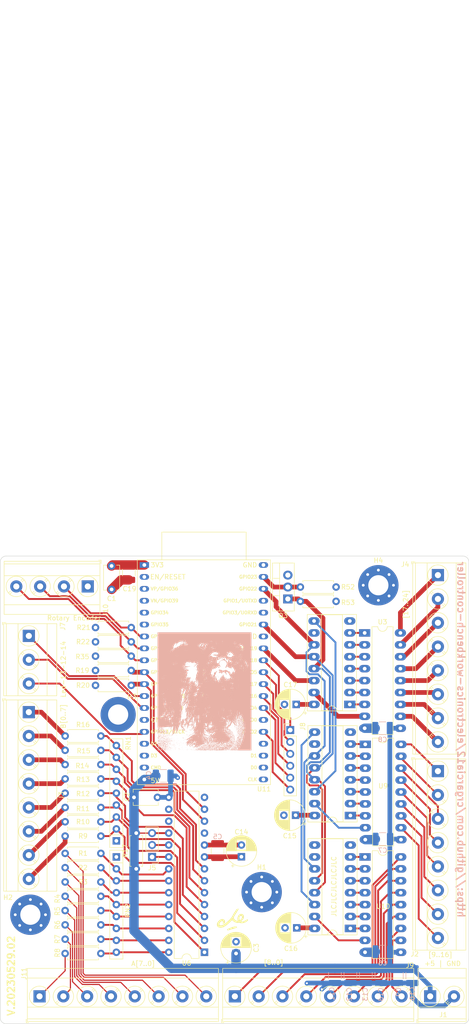
<source format=kicad_pcb>
(kicad_pcb (version 20221018) (generator pcbnew)
  (title_block (title "Workbench controller") (date "2023-05-29") (rev "V.20230529.02"))
  (layers (0 "F.Cu" signal) (1 "In1.Cu" signal) (2 "In2.Cu" signal) (31 "B.Cu" signal) (34 "B.Paste" user) (35 "F.Paste" user) (36 "B.SilkS" user "B.Silkscreen") (37 "F.SilkS" user "F.Silkscreen") (38 "B.Mask" user) (39 "F.Mask" user) (44 "Edge.Cuts" user))
  (net 0 "")
  (net 1 "+3.3V")
  (net 2 "GND")
  (net 5 "Net-(J2-Pin_1)")
  (net 6 "Net-(J2-Pin_2)")
  (net 7 "Net-(J2-Pin_3)")
  (net 8 "Net-(J2-Pin_4)")
  (net 9 "Net-(J2-Pin_5)")
  (net 10 "Net-(J2-Pin_6)")
  (net 11 "Net-(J2-Pin_7)")
  (net 12 "Net-(J2-Pin_8)")
  (net 13 "Net-(J4-Pin_1)")
  (net 14 "Net-(J4-Pin_2)")
  (net 15 "Net-(J4-Pin_3)")
  (net 16 "Net-(J4-Pin_4)")
  (net 17 "Net-(J4-Pin_5)")
  (net 18 "Net-(J4-Pin_6)")
  (net 19 "Net-(J4-Pin_7)")
  (net 20 "Net-(J4-Pin_8)")
  (net 21 "+5V")
  (net 22 "Net-(U2-QH')")
  (net 23 "Net-(J9-Pin_1)")
  (net 24 "Net-(J9-Pin_2)")
  (net 25 "Net-(J9-Pin_3)")
  (net 26 "Net-(J9-Pin_4)")
  (net 27 "Net-(J9-Pin_5)")
  (net 28 "Net-(J9-Pin_6)")
  (net 29 "Net-(J9-Pin_7)")
  (net 30 "Net-(J9-Pin_8)")
  (net 31 "/Chan2")
  (net 32 "/Chan3")
  (net 33 "/Chan4")
  (net 34 "/Chan5")
  (net 35 "/Chan6")
  (net 36 "/Chan7")
  (net 37 "/Chan8")
  (net 38 "/Chan1")
  (net 39 "/Chan18")
  (net 40 "/Chan20")
  (net 41 "/Chan21")
  (net 42 "/Chan22")
  (net 43 "/Chan23")
  (net 44 "/Chan24")
  (net 46 "Net-(U4-SER)")
  (net 47 "/Chan17")
  (net 48 "/Chan10")
  (net 49 "/Chan11")
  (net 50 "/Chan12")
  (net 51 "/Chan13")
  (net 52 "/Chan14")
  (net 53 "/Chan15")
  (net 54 "/Chan16")
  (net 55 "/Chan9")
  (net 56 "Net-(J10-Pin_3)")
  (net 57 "/Chan19")
  (net 58 "Net-(J11-Pin_1)")
  (net 59 "Net-(J11-Pin_3)")
  (net 60 "Net-(J11-Pin_4)")
  (net 61 "Net-(J11-Pin_5)")
  (net 62 "Net-(J11-Pin_6)")
  (net 63 "Net-(J11-Pin_7)")
  (net 64 "Net-(J11-Pin_8)")
  (net 65 "Net-(Q3-D)")
  (net 66 "Net-(Q3-G)")
  (net 67 "Net-(RN2-R1)")
  (net 68 "Net-(U11-GPIO19)")
  (net 81 "Net-(J11-Pin_2)")
  (net 82 "Net-(RN2-R6)")
  (net 83 "Net-(RN2-R7)")
  (net 84 "Net-(RN2-R8)")
  (net 85 "Net-(RN1-R1)")
  (net 86 "Net-(RN1-R2)")
  (net 87 "Net-(RN1-R3)")
  (net 88 "Net-(RN1-R4)")
  (net 89 "Net-(RN1-R5)")
  (net 90 "Net-(RN2-R2)")
  (net 91 "Net-(RN2-R3)")
  (net 92 "Net-(RN2-R4)")
  (net 93 "Net-(RN2-R5)")
  (net 94 "Net-(RN1-R8)")
  (net 95 "Net-(RN1-R7)")
  (net 96 "Net-(RN1-R6)")
  (net 97 "Net-(J3-Pin_8)")
  (net 98 "Net-(J3-Pin_7)")
  (net 99 "Net-(J3-Pin_6)")
  (net 100 "Net-(J3-Pin_5)")
  (net 101 "Net-(J3-Pin_4)")
  (net 102 "Net-(J3-Pin_3)")
  (net 103 "Net-(J3-Pin_2)")
  (net 104 "Net-(J3-Pin_1)")
  (net 105 "Net-(J5-Pin_1)")
  (net 106 "Net-(J5-Pin_2)")
  (net 107 "Net-(U11-DAC_2{slash}ADC2_CH9{slash}GPIO26)")
  (net 108 "Net-(U11-ADC2_CH7{slash}GPIO27)")
  (net 109 "Net-(J10-Pin_2)")
  (net 110 "Net-(J8-Pin_1)")
  (net 111 "Net-(J8-Pin_2)")
  (net 112 "Net-(J8-Pin_3)")
  (net 113 "Net-(J8-Pin_4)")
  (net 114 "Net-(J8-Pin_5)")
  (net 115 "Net-(J8-Pin_6)")
  (net 121 "Net-(U11-GPIO22)")
  (net 122 "Net-(U11-GPIO21)")
  (net 123 "Net-(J10-Pin_4)")
  (net 124 "Net-(J7-Pin_3)")
  (net 125 "Net-(J7-Pin_2)")
  (net 126 "Net-(J7-Pin_1)")
  (net 127 "Net-(J5-Pin_3)")
  (footprint "Resistor_THT:R_Axial_DIN0207_L6.3mm_D2.5mm_P7.62mm_Horizontal" (layer "F.Cu") (at 165.989 54.737 180)
    (fp_text reference "R53")
    (fp_text value "10k")
  )
  (footprint "Resistor_THT:R_Axial_DIN0207_L6.3mm_D2.5mm_P7.62mm_Horizontal" (layer "F.Cu") (at 115.824 108.458 180)
    (fp_text reference "R1")
    (fp_text value "R")
  )
  (footprint "Resistor_THT:R_Axial_DIN0207_L6.3mm_D2.5mm_P7.62mm_Horizontal" (layer "F.Cu") (at 158.369 51.689)
    (fp_text reference "R52")
    (fp_text value "10k")
  )
  (footprint "Resistor_THT:R_Axial_DIN0207_L6.3mm_D2.5mm_P7.62mm_Horizontal" (layer "F.Cu") (at 114.681 69.469)
    (fp_text reference "R19")
    (fp_text value "10kΩ")
  )
  (footprint "Package_DIP:DIP-18_W7.62mm_LongPads" (layer "F.Cu") (at 172.159 109.22)
    (fp_text reference "U10")
    (fp_text value "ULN2803A")
  )
  (footprint "Resistor_THT:R_Axial_DIN0207_L6.3mm_D2.5mm_P7.62mm_Horizontal" (layer "F.Cu") (at 115.824 111.506 180)
    (fp_text reference "R2")
    (fp_text value "R")
  )
  (footprint "Resistor_THT:R_Axial_DIN0207_L6.3mm_D2.5mm_P7.62mm_Horizontal" (layer "F.Cu") (at 114.681 72.644)
    (fp_text reference "R20")
    (fp_text value "10kΩ")
  )
  (footprint "Package_DIP:DIP-16_W7.62mm_Socket_LongPads" (layer "F.Cu") (at 169.037 124.46 180)
    (fp_text reference "U4" hide)
    (fp_text value "74HC595" hide)
  )
  (footprint "Capacitor_SMD:C_1210_3225Metric_Pad1.33x2.70mm_HandSolder" (layer "F.Cu") (at 140.716 107.8615 90)
    (fp_text reference "C5")
    (fp_text value "C")
  )
  (footprint "Capacitor_THT:CP_Radial_D6.3mm_P2.50mm" (layer "F.Cu") (at 157.607 124.333 180)
    (fp_text reference "C16")
    (fp_text value "10uF")
  )
  (footprint "Package_DIP:DIP-16_W7.62mm_Socket_LongPads" (layer "F.Cu") (at 168.91 76.708 180)
    (fp_text reference "U2" hide)
    (fp_text value "74HC595" hide)
  )
  (footprint "Package_DIP:DIP-28_W7.62mm" (layer "F.Cu") (at 137.922 129.54 180)
    (fp_text reference "U6")
    (fp_text value "MCP23017_SP")
  )
  (footprint "TerminalBlock_Phoenix:TerminalBlock_Phoenix_MKDS-3-8-5.08_1x08_P5.08mm_Horizontal" (layer "F.Cu") (at 187.706 90.932 -90)
    (fp_text reference "J2")
    (fp_text value "[9..16]")
  )
  (footprint "TerminalBlock_Phoenix:TerminalBlock_Phoenix_MKDS-3-8-5.08_1x08_P5.08mm_Horizontal" (layer "F.Cu") (at 100.457 78.359 -90)
    (fp_text reference "J3")
    (fp_text value "B[0..7]")
  )
  (footprint "MountingHole:MountingHole_4.3mm_M4_Pad_Via" (layer "F.Cu") (at 175.006 51.308)
    (fp_text reference "H4")
    (fp_text value "MountingHole")
  )
  (footprint "Resistor_THT:R_Axial_DIN0207_L6.3mm_D2.5mm_P7.62mm_Horizontal" (layer "F.Cu") (at 123.3678 111.76 90)
    (fp_text reference "R17")
    (fp_text value "R")
  )
  (footprint "Connector_PinHeader_2.54mm:PinHeader_1x03_P2.54mm_Vertical" (layer "F.Cu") (at 126.746 109.22 180)
    (fp_text reference "J5")
    (fp_text value "Conn_01x03_Socket")
  )
  (footprint "Capacitor_THT:CP_Radial_D6.3mm_P2.50mm" (layer "F.Cu") (at 157.48 76.708 180)
    (fp_text reference "C17")
    (fp_text value "10uF")
  )
  (footprint "Esp:ESP32-DevKitC" (layer "F.Cu") (at 125.095 46.99)
    (fp_text reference "U11")
    (fp_text value "ESP32-DevKitC")
  )
  (footprint "MountingHole:MountingHole_4.3mm_M4_Pad_Via" (layer "F.Cu") (at 100.788 121.539)
    (fp_text reference "H2")
    (fp_text value "MountingHole")
  )
  (footprint "Resistor_THT:R_Axial_DIN0207_L6.3mm_D2.5mm_P7.62mm_Horizontal" (layer "F.Cu") (at 115.824 123.698 180)
    (fp_text reference "R6")
    (fp_text value "R")
  )
  (footprint "MountingHole:MountingHole_4.3mm_M4_DIN965_Pad" (layer "F.Cu") (at 119.507 78.867)
    (fp_text reference "H3")
    (fp_text value "MountingHole")
  )
  (footprint "Capacitor_THT:C_Disc_D5.1mm_W3.2mm_P5.00mm" (layer "F.Cu") (at 122.889 96.52)
    (fp_text reference "C2")
    (fp_text value "C")
  )
  (footprint "TerminalBlock_Phoenix:TerminalBlock_Phoenix_MKDS-3-8-5.08_1x08_P5.08mm_Horizontal" (layer "F.Cu") (at 187.706 49.149 -90)
    (fp_text reference "J4")
    (fp_text value "[17..24]")
  )
  (footprint "Resistor_THT:R_Axial_DIN0207_L6.3mm_D2.5mm_P7.62mm_Horizontal" (layer "F.Cu") (at 115.824 104.775 180)
    (fp_text reference "R9")
    (fp_text value "R")
  )
  (footprint "Resistor_THT:R_Axial_DIN0207_L6.3mm_D2.5mm_P7.62mm_Horizontal" (layer "F.Cu") (at 115.824 92.583 180)
    (fp_text reference "R13")
    (fp_text value "R")
  )
  (footprint "Capacitor_SMD:C_1210_3225Metric_Pad1.33x2.70mm_HandSolder" (layer "F.Cu") (at 121.793 48.6025 -90)
    (fp_text reference "C19")
    (fp_text value "C")
  )
  (footprint "Resistor_THT:R_Axial_DIN0207_L6.3mm_D2.5mm_P7.62mm_Horizontal" (layer "F.Cu") (at 115.824 114.554 180)
    (fp_text reference "R3")
    (fp_text value "R")
  )
  (footprint "Resistor_THT:R_Axial_DIN0207_L6.3mm_D2.5mm_P7.62mm_Horizontal" (layer "F.Cu") (at 114.681 63.373)
    (fp_text reference "R22")
    (fp_text value "10k")
  )
  (footprint "Capacitor_THT:CP_Radial_D6.3mm_P2.50mm" (layer "F.Cu") (at 145.796 109.18 90)
    (fp_text reference "C14")
    (fp_text value "10uF")
  )
  (footprint "Resistor_THT:R_Axial_DIN0207_L6.3mm_D2.5mm_P7.62mm_Horizontal" (layer "F.Cu") (at 115.824 95.631 180)
    (fp_text reference "R12")
    (fp_text value "R")
  )
  (footprint "Package_DIP:DIP-16_W7.62mm_Socket_LongPads" (layer "F.Cu") (at 169.037 100.394 180)
    (fp_text reference "U7" hide)
    (fp_text value "74HC595" hide)
  )
  (footprint "Resistor_THT:R_Axial_DIN0207_L6.3mm_D2.5mm_P7.62mm_Horizontal" (layer "F.Cu") (at 115.824 126.746 180)
    (fp_text reference "R7")
    (fp_text value "R")
  )
  (footprint "Package_TO_SOT_THT:TO-220-3_Vertical" (layer "F.Cu") (at 155.702 54.229 90)
    (fp_text reference "Q3")
    (fp_text value "IRL520")
  )
  (footprint "TerminalBlock_Phoenix:TerminalBlock_Phoenix_MKDS-3-8-5.08_1x08_P5.08mm_Horizontal" (layer "F.Cu") (at 144.399 138.938)
    (fp_text reference "J9")
    (fp_text value "[8..0]")
  )
  (footprint "Package_DIP:DIP-18_W7.62mm_LongPads" (layer "F.Cu") (at 172.085 61.468)
    (fp_text reference "U3")
    (fp_text value "ULN2803A")
  )
  (footprint "Resistor_THT:R_Axial_DIN0207_L6.3mm_D2.5mm_P7.62mm_Horizontal" (layer "F.Cu") (at 115.824 83.439 180)
    (fp_text reference "R16")
    (fp_text value "R")
  )
  (footprint "icons:che" (layer "F.Cu") (at 143.891 122.555)
    (fp_text reference "G***" hide)
    (fp_text value "LOGO" hide)
  )
  (footprint "Resistor_THT:R_Axial_DIN0207_L6.3mm_D2.5mm_P7.62mm_Horizontal" (layer "F.Cu") (at 115.824 98.679 180)
    (fp_text reference "R11")
    (fp_text value "R")
  )
  (footprint "TerminalBlock_Phoenix:TerminalBlock_Phoenix_MKDS-3-8-5.08_1x08_P5.08mm_Horizontal" (layer "F.Cu") (at 102.743 138.938)
    (fp_text reference "J11")
    (fp_text value "A[7..0]")
  )
  (footprint "MountingHole:MountingHole_4.3mm_M4_Pad_Via" (layer "F.Cu") (at 150.1196 116.7186)
    (fp_text reference "H1")
    (fp_text value "MountingHole")
  )
  (footprint "Resistor_THT:R_Axial_DIN0207_L6.3mm_D2.5mm_P7.62mm_Horizontal" (layer "F.Cu") (at 114.681 66.421)
    (fp_text reference "R35")
    (fp_text value "10k")
  )
  (footprint "TerminalBlock_Phoenix:TerminalBlock_Phoenix_MKDS-3-3-5.08_1x03_P5.08mm_Horizontal" (layer "F.Cu") (at 100.457 62.103 -90)
    (fp_text reference "J7")
    (fp_text value "Led-13-12-14")
  )
  (footprint "Resistor_THT:R_Axial_DIN0207_L6.3mm_D2.5mm_P7.62mm_Horizontal" (layer "F.Cu") (at 115.824 117.602 180)
    (fp_text reference "R4")
    (fp_text value "R")
  )
  (footprint "Capacitor_THT:CP_Radial_D6.3mm_P2.50mm" (layer "F.Cu") (at 144.653 129.794 90)
    (fp_text reference "C3")
    (fp_text value "10uF")
  )
  (footprint "Resistor_THT:R_Axial_DIN0207_L6.3mm_D2.5mm_P7.62mm_Horizontal" (layer "F.Cu") (at 114.681 60.325)
    (fp_text reference "R21")
    (fp_text value "10k")
  )
  (footprint "Package_DIP:DIP-18_W7.62mm_LongPads" (layer "F.Cu") (at 172.212 85.217)
    (fp_text reference "U9")
    (fp_text value "ULN2803A")
  )
  (footprint "Capacitor_THT:C_Disc_D5.1mm_W3.2mm_P5.00mm" (layer "F.Cu") (at 118.11 47.197 -90)
    (fp_text reference "C1")
    (fp_text value "C")
  )
  (footprint "Resistor_THT:R_Axial_DIN0207_L6.3mm_D2.5mm_P7.62mm_Horizontal" (layer "F.Cu") (at 115.824 101.727 180)
    (fp_text reference "R10")
    (fp_text value "R")
  )
  (footprint "Resistor_THT:R_Axial_DIN0207_L6.3mm_D2.5mm_P7.62mm_Horizontal" (layer "F.Cu") (at 115.824 120.65 180)
    (fp_text reference "R5")
    (fp_text value "R")
  )
  (footprint "TerminalBlock_Phoenix:TerminalBlock_Phoenix_MKDS-3-4-5.08_1x04_P5.08mm_Horizontal" (layer "F.Cu") (at 113.03 51.562 180)
    (fp_text reference "J10")
    (fp_text value "Rotary Encoder")
  )
  (footprint "Resistor_THT:R_Axial_DIN0207_L6.3mm_D2.5mm_P7.62mm_Horizontal" (layer "F.Cu") (at 115.824 86.487 180)
    (fp_text reference "R15")
    (fp_text value "R")
  )
  (footprint "Resistor_THT:R_Axial_DIN0207_L6.3mm_D2.5mm_P7.62mm_Horizontal" (layer "F.Cu") (at 115.824 89.535 180)
    (fp_text reference "R14")
    (fp_text value "R")
  )
  (footprint "TerminalBlock_Phoenix:TerminalBlock_Phoenix_MKDS-3-2-5.08_1x02_P5.08mm_Horizontal" (layer "F.Cu") (at 186.055 138.938)
    (fp_text reference "J1")
    (fp_text value "+5 | GND")
  )
  (footprint "Connector_PinHeader_2.54mm:PinHeader_1x06_P2.54mm_Vertical" (layer "F.Cu") (at 156.21 82.169)
    (fp_text reference "J8")
    (fp_text value "Conn_01x06_Socket")
  )
  (footprint "Resistor_THT:R_Array_SIP9" (layer "F.Cu") (at 119.126 105.791 90)
    (fp_text reference "RN1")
    (fp_text value "R_Network08")
  )
  (footprint "Resistor_THT:R_Array_SIP9" (layer "F.Cu") (at 119.126 109.22 -90)
    (fp_text reference "RN2")
    (fp_text value "R_Network08")
  )
  (footprint "Resistor_THT:R_Axial_DIN0207_L6.3mm_D2.5mm_P7.62mm_Horizontal" (layer "F.Cu") (at 115.824 129.794 180)
    (fp_text reference "R8")
    (fp_text value "R" hide)
  )
  (footprint "Capacitor_THT:CP_Radial_D6.3mm_P2.50mm" (layer "F.Cu") (at 157.353 100.33 180)
    (fp_text reference "C15")
    (fp_text value "10uF")
  )
  (footprint "Capacitor_SMD:C_1210_3225Metric_Pad1.33x2.70mm_HandSolder" (layer "B.Cu") (at 175.641 134.5315 -90)
    (fp_text reference "C18")
    (fp_text value "C")
  )
  (footprint "Capacitor_SMD:C_1210_3225Metric_Pad1.33x2.70mm_HandSolder" (layer "B.Cu") (at 172.339 134.5315 -90)
    (fp_text reference "C13")
    (fp_text value "C")
  )
  (footprint "Capacitor_SMD:C_1210_3225Metric_Pad1.33x2.70mm_HandSolder" (layer "B.Cu") (at 129.1205 91.948)
    (fp_text reference "C4")
    (fp_text value "C")
  )
  (footprint "Capacitor_SMD:C_1210_3225Metric_Pad1.33x2.70mm_HandSolder" (layer "B.Cu") (at 165.735 134.5315 -90)
    (fp_text reference "C11")
    (fp_text value "C")
  )
  (footprint "Capacitor_SMD:C_1210_3225Metric_Pad1.33x2.70mm_HandSolder" (layer "B.Cu") (at 169.037 134.5315 -90)
    (fp_text reference "C12")
    (fp_text value "C")
  )
  (footprint "Capacitor_SMD:C_1210_3225Metric_Pad1.33x2.70mm_HandSolder" (layer "B.Cu") (at 182.245 134.5315 -90)
    (fp_text reference "C10")
    (fp_text value "C")
  )
  (footprint "icons:depsi" (layer "B.Cu") (at 137.922 73.914 180)
    (fp_text reference "G***")
    (fp_text value "LOGO" hide)
  )
  (footprint "Capacitor_SMD:C_1210_3225Metric_Pad1.33x2.70mm_HandSolder" (layer "B.Cu") (at 178.943 134.5315 -90)
    (fp_text reference "C9")
    (fp_text value "C")
  )
  (footprint "Capacitor_SMD:C_1210_3225Metric_Pad1.33x2.70mm_HandSolder" (layer "B.Cu") (at 175.895 81.788)
    (fp_text reference "C8")
    (fp_text value "C")
  )
  (footprint "Capacitor_SMD:C_1210_3225Metric_Pad1.33x2.70mm_HandSolder" (layer "B.Cu") (at 175.9335 129.413)
    (fp_text reference "C6")
    (fp_text value "C")
  )
  (footprint "Capacitor_SMD:C_1210_3225Metric_Pad1.33x2.70mm_HandSolder" (layer "B.Cu") (at 175.9335 105.41)
    (fp_text reference "C7")
    (fp_text value "C")
  )
  (gr_line (start 95.631 144.78) (end 193.04 144.78) (stroke (width 0.1)) (layer "Edge.Cuts"))
  (gr_line (start 194.056 44.958) (end 194.056 44.958) (stroke (width 0.1)) (layer "Edge.Cuts"))
  (gr_arc (start 193.04 45.085) (mid 193.938026 45.456974) (end 194.31 46.355) (stroke (width 0.1)) (layer "Edge.Cuts"))
  (gr_line (start 194.31 143.51) (end 194.31 46.355) (stroke (width 0.1)) (layer "Edge.Cuts"))
  (gr_arc (start 194.31 143.51) (mid 193.938026 144.408026) (end 193.04 144.78) (stroke (width 0.1)) (layer "Edge.Cuts"))
  (gr_line (start 94.361 46.355) (end 94.361 143.51) (stroke (width 0.1)) (layer "Edge.Cuts"))
  (gr_arc (start 94.361 46.355) (mid 94.732974 45.456974) (end 95.631 45.085) (stroke (width 0.1)) (layer "Edge.Cuts"))
  (gr_arc (start 95.631 144.78) (mid 94.732974 144.408026) (end 94.361 143.51) (stroke (width 0.1)) (layer "Edge.Cuts"))
  (gr_line (start 95.631 45.085) (end 193.04 45.085) (stroke (width 0.1)) (layer "Edge.Cuts"))
  (gr_text "https://github.com/crgarcia12/electronics-workbench-controller" (at 191.77 122.301 -90) (layer "B.SilkS") (effects (font (size 1.5 1.5) (thickness 0.3) bold) (justify left bottom mirror)))
  (gr_text locked "V.20230529.02" (at 97.5868 143.256 90) (layer "F.SilkS") (effects (font (size 1.5 1.5) (thickness 0.3) bold) (justify left bottom)))
  (gr_text "JLCJLCJLCJLCJLC" (at 166.116 122.047 90) (layer "F.SilkS") (effects (font (size 1 1)) (justify left bottom)))
  (segment (start 161.353 100.33) (end 161.417 100.394) (width 1) (layer "F.Cu") (net 1))
  (segment (start 161.29 124.333) (end 161.417 124.46) (width 1) (layer "F.Cu") (net 1))
  (segment (start 137.962 109.18) (end 137.922 109.22) (width 1) (layer "F.Cu") (net 1))
  (segment (start 125.095 46.99) (end 118.317 46.99) (width 2) (layer "F.Cu") (net 1))
  (segment (start 157.48 76.708) (end 161.29 76.708) (width 1) (layer "F.Cu") (net 1))
  (segment (start 145.796 109.18) (end 137.962 109.18) (width 1) (layer "F.Cu") (net 1))
  (segment (start 157.607 124.333) (end 161.29 124.333) (width 1) (layer "F.Cu") (net 1))
  (segment (start 157.48 100.33) (end 161.353 100.33) (width 1) (layer "F.Cu") (net 1))
  (segment (start 118.317 46.99) (end 118.11 47.197) (width 2) (layer "F.Cu") (net 1))
  (segment (start 118.11 52.197) (end 120.142 50.165) (width 2) (layer "F.Cu") (net 2))
  (segment (start 120.142 50.165) (end 121.793 50.165) (width 2) (layer "F.Cu") (net 2))
  (segment (start 145.796 106.68) (end 137.922 106.68) (width 1) (layer "F.Cu") (net 2))
  (via (at 162.941 137.414) (size 0.8) (drill 0.4) (layers "F.Cu" "B.Cu") (net 2))
  (via (at 159.766 136.144) (size 0.8) (drill 0.4) (layers "F.Cu" "B.Cu") (net 2))
  (via (at 132.207 92.329) (size 0.8) (drill 0.4) (layers "F.Cu" "B.Cu") (net 2))
  (segment (start 182.245 139.128) (end 184.055 140.938) (width 1) (layer "B.Cu") (net 2))
  (segment (start 159.816 136.094) (end 159.766 136.144) (width 1) (layer "B.Cu") (net 2))
  (segment (start 165.735 136.094) (end 164.261 136.094) (width 1) (layer "B.Cu") (net 2))
  (segment (start 130.683 96.139) (end 130.302 96.52) (width 1) (layer "B.Cu") (net 2))
  (segment (start 127.889 96.52) (end 130.302 96.52) (width 1) (layer "B.Cu") (net 2))
  (segment (start 184.055 140.938) (end 189.135 140.938) (width 1) (layer "B.Cu") (net 2))
  (segment (start 174.244 129.54) (end 174.371 129.413) (width 2) (layer "B.Cu") (net 2))
  (segment (start 165.735 136.094) (end 159.816 136.094) (width 1) (layer "B.Cu") (net 2))
  (segment (start 172.159 129.54) (end 174.244 129.54) (width 2) (layer "B.Cu") (net 2))
  (segment (start 172.212 105.537) (end 174.244 105.537) (width 2) (layer "B.Cu") (net 2))
  (segment (start 182.245 136.094) (end 182.245 139.128) (width 1) (layer "B.Cu") (net 2))
  (segment (start 172.085 81.788) (end 174.332 81.788) (width 2) (layer "B.Cu") (net 2))
  (segment (start 130.683 91.948) (end 131.826 91.948) (width 1) (layer "B.Cu") (net 2))
  (segment (start 164.261 136.094) (end 162.941 137.414) (width 1) (layer "B.Cu") (net 2))
  (segment (start 174.244 105.537) (end 174.371 105.41) (width 2) (layer "B.Cu") (net 2))
  (segment (start 131.826 91.948) (end 132.207 92.329) (width 1) (layer "B.Cu") (net 2))
  (segment (start 130.683 91.948) (end 130.683 96.139) (width 1) (layer "B.Cu") (net 2))
  (segment (start 189.135 140.938) (end 191.135 138.938) (width 1) (layer "B.Cu") (net 2))
  (segment (start 174.332 81.788) (end 174.3325 81.788) (width 0.25) (layer "B.Cu") (net 2))
  (segment (start 182.245 136.094) (end 165.735 136.094) (width 1) (layer "B.Cu") (net 2))
  (segment (start 179.832 85.217) (end 181.991 85.217) (width 0.4) (layer "F.Cu") (net 5))
  (segment (start 181.991 85.217) (end 187.706 90.932) (width 0.4) (layer "F.Cu") (net 5))
  (segment (start 179.832 87.757) (end 179.832 88.138) (width 0.4) (layer "F.Cu") (net 6))
  (segment (start 179.832 88.138) (end 187.706 96.012) (width 0.4) (layer "F.Cu") (net 6))
  (segment (start 179.832 90.542164) (end 187.706 98.416164) (width 0.4) (layer "F.Cu") (net 7))
  (segment (start 187.706 98.416164) (end 187.706 101.092) (width 0.4) (layer "F.Cu") (net 7))
  (segment (start 179.832 90.297) (end 179.832 90.542164) (width 0.4) (layer "F.Cu") (net 7))
  (segment (start 179.832 92.837) (end 186.006 99.011) (width 0.4) (layer "F.Cu") (net 8))
  (segment (start 186.006 99.011) (end 186.006 104.472) (width 0.4) (layer "F.Cu") (net 8))
  (segment (start 186.006 104.472) (end 187.706 106.172) (width 0.4) (layer "F.Cu") (net 8))
  (segment (start 185.406 100.951) (end 185.406 108.952) (width 0.4) (layer "F.Cu") (net 9))
  (segment (start 185.406 108.952) (end 187.706 111.252) (width 0.4) (layer "F.Cu") (net 9))
  (segment (start 179.832 95.377) (end 185.406 100.951) (width 0.4) (layer "F.Cu") (net 9))
  (segment (start 179.832 97.917) (end 184.806 102.891) (width 0.4) (layer "F.Cu") (net 10))
  (segment (start 184.806 102.891) (end 184.806 113.432) (width 0.4) (layer "F.Cu") (net 10))
  (segment (start 184.806 113.432) (end 187.706 116.332) (width 0.4) (layer "F.Cu") (net 10))
  (segment (start 184.206 104.831) (end 184.206 117.912) (width 0.4) (layer "F.Cu") (net 11))
  (segment (start 184.206 117.912) (end 187.706 121.412) (width 0.4) (layer "F.Cu") (net 11))
  (segment (start 179.832 100.457) (end 184.206 104.831) (width 0.4) (layer "F.Cu") (net 11))
  (segment (start 179.832 102.997) (end 183.606 106.771) (width 0.4) (layer "F.Cu") (net 12))
  (segment (start 183.606 122.392) (end 187.706 126.492) (width 0.4) (layer "F.Cu") (net 12))
  (segment (start 183.606 106.771) (end 183.606 122.392) (width 0.4) (layer "F.Cu") (net 12))
  (segment (start 179.705 61.468) (end 179.705 57.15) (width 1) (layer "F.Cu") (net 13))
  (segment (start 179.705 57.15) (end 187.706 49.149) (width 1) (layer "F.Cu") (net 13))
  (segment (start 179.705 64.008) (end 187.706 56.007) (width 1) (layer "F.Cu") (net 14))
  (segment (start 187.706 56.007) (end 187.706 54.229) (width 1) (layer "F.Cu") (net 14))
  (segment (start 180.467 66.548) (end 187.706 59.309) (width 1) (layer "F.Cu") (net 15))
  (segment (start 179.705 66.548) (end 180.467 66.548) (width 1) (layer "F.Cu") (net 15))
  (segment (start 179.705 69.088) (end 183.007 69.088) (width 1) (layer "F.Cu") (net 16))
  (segment (start 183.007 69.088) (end 187.706 64.389) (width 1) (layer "F.Cu") (net 16))
  (segment (start 179.705 71.628) (end 185.547 71.628) (width 1) (layer "F.Cu") (net 17))
  (segment (start 185.547 71.628) (end 187.706 69.469) (width 1) (layer "F.Cu") (net 17))
  (segment (start 179.705 74.168) (end 187.325 74.168) (width 1) (layer "F.Cu") (net 18))
  (segment (start 187.325 74.168) (end 187.706 74.549) (width 1) (layer "F.Cu") (net 18))
  (segment (start 184.785 76.708) (end 187.706 79.629) (width 1) (layer "F.Cu") (net 19))
  (segment (start 179.705 76.708) (end 184.785 76.708) (width 1) (layer "F.Cu") (net 19))
  (segment (start 182.245 79.248) (end 187.706 84.709) (width 1) (layer "F.Cu") (net 20))
  (segment (start 179.705 79.248) (end 182.245 79.248) (width 1) (layer "F.Cu") (net 20))
  (segment (start 179.705 105.41) (end 179.832 105.537) (width 1) (layer "B.Cu") (net 21))
  (segment (start 177.496 132.919) (end 177.546 132.969) (width 1) (layer "B.Cu") (net 21))
  (segment (start 122.889 94.916) (end 122.889 96.52) (width 2) (layer "B.Cu") (net 21))
  (segment (start 165.735 132.969) (end 144.653 132.969) (width 2) (layer "B.Cu") (net 21))
  (segment (start 177.4575 129.3745) (end 177.4575 81.788) (width 1) (layer "B.Cu") (net 21))
  (segment (start 122.889 124.955428) (end 130.902572 132.969) (width 2) (layer "B.Cu") (net 21))
  (segment (start 177.496 129.413) (end 177.4575 129.3745) (width 1) (layer "B.Cu") (net 21))
  (segment (start 182.245 132.969) (end 177.546 132.969) (width 2) (layer "B.Cu") (net 21))
  (segment (start 182.245 132.969) (end 186.055 136.779) (width 1) (layer "B.Cu") (net 21))
  (segment (start 126.796 92.71) (end 127.558 91.948) (width 2) (layer "B.Cu") (net 21))
  (segment (start 177.623 129.54) (end 177.496 129.413) (width 0.25) (layer "B.Cu") (net 21))
  (segment (start 177.496 105.41) (end 179.705 105.41) (width 1) (layer "B.Cu") (net 21))
  (segment (start 177.496 129.413) (end 177.496 132.919) (width 1) (layer "B.Cu") (net 21))
  (segment (start 177.4575 81.788) (end 179.705 81.788) (width 1) (layer "B.Cu") (net 21))
  (segment (start 186.055 136.779) (end 186.055 138.938) (width 1) (layer "B.Cu") (net 21))
  (segment (start 144.653 132.969) (end 130.902572 132.969) (width 2) (layer "B.Cu") (net 21))
  (segment (start 122.889 101.981) (end 122.889 124.955428) (width 2) (layer "B.Cu") (net 21))
  (segment (start 125.095 92.71) (end 126.796 92.71) (width 2) (layer "B.Cu") (net 21))
  (segment (start 122.889 96.52) (end 122.889 101.981) (width 2) (layer "B.Cu") (net 21))
  (segment (start 125.095 92.71) (end 122.889 94.916) (width 2) (layer "B.Cu") (net 21))
  (segment (start 144.653 129.794) (end 144.653 132.969) (width 2) (layer "B.Cu") (net 21))
  (segment (start 177.546 132.969) (end 165.735 132.969) (width 2) (layer "B.Cu") (net 21))
  (segment (start 177.623 129.54) (end 179.779 129.54) (width 1) (layer "B.Cu") (net 21))
  (segment (start 165.862 63.5) (end 165.862 90.869) (width 0.4) (layer "B.Cu") (net 22))
  (segment (start 161.29 58.928) (end 165.862 63.5) (width 0.4) (layer "B.Cu") (net 22))
  (segment (start 165.862 90.869) (end 161.417 95.314) (width 0.4) (layer "B.Cu") (net 22))
  (segment (start 172.926 133.017) (end 150.32 133.017) (width 0.4) (layer "F.Cu") (net 23))
  (segment (start 173.759 115.24) (end 173.759 132.184) (width 0.4) (layer "F.Cu") (net 23))
  (segment (start 150.32 133.017) (end 144.399 138.938) (width 0.4) (layer "F.Cu") (net 23))
  (segment (start 173.759 132.184) (end 172.926 133.017) (width 0.4) (layer "F.Cu") (net 23))
  (segment (start 179.779 109.22) (end 173.759 115.24) (width 0.4) (layer "F.Cu") (net 23))
  (segment (start 174.359 115.488528) (end 178.087528 111.76) (width 0.4) (layer "F.Cu") (net 24))
  (segment (start 174.359 133.108) (end 173.85 133.617) (width 0.4) (layer "F.Cu") (net 24))
  (segment (start 154.8 133.617) (end 149.479 138.938) (width 0.4) (layer "F.Cu") (net 24))
  (segment (start 174.359 130.285584) (end 174.359 133.108) (width 0.4) (layer "F.Cu") (net 24))
  (segment (start 178.087528 111.76) (end 179.779 111.76) (width 0.4) (layer "F.Cu") (net 24))
  (segment (start 174.359 130.285584) (end 174.359 115.488528) (width 0.4) (layer "F.Cu") (net 24))
  (segment (start 173.85 133.617) (end 154.8 133.617) (width 0.4) (layer "F.Cu") (net 24))
  (segment (start 159.28 134.217) (end 154.559 138.938) (width 0.4) (layer "F.Cu") (net 25))
  (segment (start 174.959 133.778) (end 174.52 134.217) (width 0.4) (layer "F.Cu") (net 25))
  (segment (start 174.52 134.217) (end 159.28 134.217) (width 0.4) (layer "F.Cu") (net 25))
  (segment (start 177.038 114.3) (end 179.779 114.3) (width 0.4) (layer "F.Cu") (net 25))
  (segment (start 174.959 130.534112) (end 174.959 116.379) (width 0.4) (layer "F.Cu") (net 25))
  (segment (start 174.959 116.379) (end 177.038 114.3) (width 0.4) (layer "F.Cu") (net 25))
  (segment (start 174.959 130.534112) (end 174.959 133.778) (width 0.4) (layer "F.Cu") (net 25))
  (segment (start 175.230472 134.817) (end 163.76 134.817) (width 0.4) (layer "F.Cu") (net 26))
  (segment (start 177.419 116.84) (end 175.559 118.7) (width 0.4) (layer "F.Cu") (net 26))
  (segment (start 175.559 134.488472) (end 175.230472 134.817) (width 0.4) (layer "F.Cu") (net 26))
  (segment (start 175.559 118.7) (end 175.559 134.488472) (width 0.4) (layer "F.Cu") (net 26))
  (segment (start 163.76 134.817) (end 159.639 138.938) (width 0.4) (layer "F.Cu") (net 26))
  (segment (start 179.779 116.84) (end 177.419 116.84) (width 0.4) (layer "F.Cu") (net 26))
  (segment (start 168.24 135.417) (end 164.719 138.938) (width 0.4) (layer "F.Cu") (net 27))
  (segment (start 178.064 119.38) (end 176.159 121.285) (width 0.4) (layer "F.Cu") (net 27))
  (segment (start 176.159 134.737) (end 175.479 135.417) (width 0.4) (layer "F.Cu") (net 27))
  (segment (start 175.479 135.417) (end 168.24 135.417) (width 0.4) (layer "F.Cu") (net 27))
  (segment (start 179.779 119.38) (end 178.064 119.38) (width 0.4) (layer "F.Cu") (net 27))
  (segment (start 176.159 121.285) (end 176.159 134.737) (width 0.4) (layer "F.Cu") (net 27))
  (segment (start 176.099 136.017) (end 176.759 135.357) (width 0.4) (layer "F.Cu") (net 28))
  (segment (start 169.799 138.938) (end 172.72 136.017) (width 0.4) (layer "F.Cu") (net 28))
  (segment (start 176.759 135.357) (end 176.759 123.469) (width 0.4) (layer "F.Cu") (net 28))
  (segment (start 176.759 123.469) (end 178.308 121.92) (width 0.4) (layer "F.Cu") (net 28))
  (segment (start 172.72 136.017) (end 176.099 136.017) (width 0.4) (layer "F.Cu") (net 28))
  (segment (start 178.308 121.92) (end 179.779 121.92) (width 0.4) (layer "F.Cu") (net 28))
  (segment (start 179.779 124.46) (end 177.359 126.88) (width 0.4) (layer "F.Cu") (net 29))
  (segment (start 177.359 136.458) (end 174.879 138.938) (width 0.4) (layer "F.Cu") (net 29))
  (segment (start 177.359 126.88) (end 177.359 136.458) (width 0.4) (layer "F.Cu") (net 29))
  (segment (start 179.779 127) (end 178.179 127) (width 0.4) (layer "F.Cu") (net 30))
  (segment (start 177.959 127.22) (end 177.959 136.938) (width 0.4) (layer "F.Cu") (net 30))
  (segment (start 178.179 127) (end 177.959 127.22) (width 0.4) (layer "F.Cu") (net 30))
  (segment (start 177.959 136.938) (end 179.959 138.938) (width 0.4) (layer "F.Cu") (net 30))
  (segment (start 168.91 76.708) (end 172.085 76.708) (width 0.4) (layer "F.Cu") (net 31))
  (segment (start 168.91 74.168) (end 172.085 74.168) (width 0.4) (layer "F.Cu") (net 32))
  (segment (start 168.91 71.628) (end 172.085 71.628) (width 0.4) (layer "F.Cu") (net 33))
  (segment (start 168.91 69.088) (end 172.085 69.088) (width 0.4) (layer "F.Cu") (net 34))
  (segment (start 168.91 66.548) (end 172.085 66.548) (width 0.4) (layer "F.Cu") (net 35))
  (segment (start 168.91 64.008) (end 172.085 64.008) (width 0.4) (layer "F.Cu") (net 36))
  (segment (start 168.91 61.468) (end 172.085 61.468) (width 0.4) (layer "F.Cu") (net 37))
  (segment (start 166.37 79.248) (end 161.29 74.168) (width 1) (layer "F.Cu") (net 38))
  (segment (start 172.085 79.248) (end 166.37 79.248) (width 1) (layer "F.Cu") (net 38))
  (segment (start 169.037 124.46) (end 172.159 124.46) (width 0.4) (layer "F.Cu") (net 39))
  (segment (start 169.037 119.38) (end 172.159 119.38) (width 0.4) (layer "F.Cu") (net 40))
  (segment (start 169.037 116.84) (end 172.159 116.84) (width 0.4) (layer "F.Cu") (net 41))
  (segment (start 169.037 114.3) (end 172.159 114.3) (width 0.4) (layer "F.Cu") (net 42))
  (segment (start 169.037 111.76) (end 172.159 111.76) (width 0.4) (layer "F.Cu") (net 43))
  (segment (start 169.037 109.22) (end 172.159 109.22) (width 0.4) (layer "F.Cu") (net 44))
  (segment (start 158.617 116.58) (end 161.417 119.38) (width 0.4) (layer "B.Cu") (net 46))
  (segment (start 158.617 85.414) (end 158.617 116.58) (width 0.4) (layer "B.Cu") (net 46))
  (segment (start 161.417 82.614) (end 158.617 85.414) (width 0.4) (layer "B.Cu") (net 46))
  (segment (start 172.159 127) (end 166.497 127) (width 0.4) (layer "F.Cu") (net 47))
  (segment (start 166.497 127) (end 161.417 121.92) (width 0.4) (layer "F.Cu") (net 47))
  (segment (start 169.037 100.394) (end 172.149 100.394) (width 0.4) (layer "F.Cu") (net 48))
  (segment (start 172.149 100.394) (end 172.212 100.457) (width 0.4) (layer "F.Cu") (net 48))
  (segment (start 169.037 97.854) (end 172.149 97.854) (width 0.4) (layer "F.Cu") (net 49))
  (segment (start 172.149 97.854) (end 172.212 97.917) (width 0.4) (layer "F.Cu") (net 49))
  (segment (start 172.149 95.314) (end 172.212 95.377) (width 0.4) (layer "F.Cu") (net 50))
  (segment (start 169.037 95.314) (end 172.149 95.314) (width 0.4) (layer "F.Cu") (net 50))
  (segment (start 172.149 92.774) (end 172.212 92.837) (width 0.4) (layer "F.Cu") (net 51))
  (segment (start 169.037 92.774) (end 172.149 92.774) (width 0.4) (layer "F.Cu") (net 51))
  (segment (start 172.149 90.234) (end 172.212 90.297) (width 0.4) (layer "F.Cu") (net 52))
  (segment (start 169.037 90.234) (end 172.149 90.234) (width 0.4) (layer "F.Cu") (net 52))
  (segment (start 169.037 87.694) (end 172.149 87.694) (width 0.4) (layer "F.Cu") (net 53))
  (segment (start 172.149 87.694) (end 172.212 87.757) (width 0.4) (layer "F.Cu") (net 53))
  (segment (start 172.149 85.154) (end 172.212 85.217) (width 0.4) (layer "F.Cu") (net 54))
  (segment (start 169.037 85.154) (end 172.149 85.154) (width 0.4) (layer "F.Cu") (net 54))
  (segment (start 161.417 97.854) (end 166.56 102.997) (width 0.4) (layer "B.Cu") (net 55))
  (segment (start 166.56 102.997) (end 172.212 102.997) (width 0.4) (layer "B.Cu") (net 55))
  (segment (start 123.698 64.77) (end 122.301 63.373) (width 0.4) (layer "F.Cu") (net 56))
  (segment (start 102.87 51.562) (end 104.945264 53.637264) (width 0.4) (layer "F.Cu") (net 56))
  (segment (start 104.945264 53.637264) (end 109.176736 53.637264) (width 0.4) (layer "F.Cu") (net 56))
  (segment (start 113.416472 57.877) (end 116.805 57.877) (width 0.4) (layer "F.Cu") (net 56))
  (segment (start 125.095 64.77) (end 123.698 64.77) (width 0.4) (layer "F.Cu") (net 56))
  (segment (start 116.805 57.877) (end 122.301 63.373) (width 0.4) (layer "F.Cu") (net 56))
  (segment (start 109.176736 53.637264) (end 113.416472 57.877) (width 0.4) (layer "F.Cu") (net 56))
  (segment (start 169.037 121.92) (end 172.159 121.92) (width 0.4) (layer "F.Cu") (net 57))
  (segment (start 108.204 129.794) (end 108.204 133.477) (width 0.25) (layer "F.Cu") (net 58))
  (segment (start 108.204 133.477) (end 102.743 138.938) (width 0.25) (layer "F.Cu") (net 58))
  (segment (start 109.779 135.814) (end 112.903 138.938) (width 0.25) (layer "F.Cu") (net 59))
  (segment (start 108.204 123.698) (end 109.779 125.273) (width 0.25) (layer "F.Cu") (net 59))
  (segment (start 109.779 125.273) (end 109.779 135.814) (width 0.25) (layer "F.Cu") (net 59))
  (segment (start 111.887 136.398) (end 110.236 134.747) (width 0.25) (layer "F.Cu") (net 60))
  (segment (start 115.443 136.398) (end 111.887 136.398) (width 0.25) (layer "F.Cu") (net 60))
  (segment (start 110.236 134.747) (end 110.236 122.682) (width 0.25) (layer "F.Cu") (net 60))
  (segment (start 110.236 122.682) (end 108.204 120.65) (width 0.25) (layer "F.Cu") (net 60))
  (segment (start 117.983 138.938) (end 115.443 136.398) (width 0.25) (layer "F.Cu") (net 60))
  (segment (start 112.073396 135.948) (end 120.073 135.948) (width 0.25) (layer "F.Cu") (net 61))
  (segment (start 108.204 117.602) (end 110.686 120.084) (width 0.25) (layer "F.Cu") (net 61))
  (segment (start 120.073 135.948) (end 123.063 138.938) (width 0.25) (layer "F.Cu") (net 61))
  (segment (start 110.686 120.084) (end 110.686 134.560604) (width 0.25) (layer "F.Cu") (net 61))
  (segment (start 110.686 134.560604) (end 112.073396 135.948) (width 0.25) (layer "F.Cu") (net 61))
  (segment (start 111.136 117.486) (end 108.204 114.554) (width 0.25) (layer "F.Cu") (net 62))
  (segment (start 128.143 138.938) (end 124.703 135.498) (width 0.25) (layer "F.Cu") (net 62))
  (segment (start 124.703 135.498) (end 112.259792 135.498) (width 0.25) (layer "F.Cu") (net 62))
  (segment (start 111.136 134.374208) (end 111.136 117.486) (width 0.25) (layer "F.Cu") (net 62))
  (segment (start 112.259792 135.498) (end 111.136 134.374208) (width 0.25) (layer "F.Cu") (net 62))
  (segment (start 112.270094 134.871906) (end 129.156906 134.871906) (width 0.25) (layer "F.Cu") (net 63))
  (segment (start 111.586 114.888) (end 111.586 134.187812) (width 0.25) (layer "F.Cu") (net 63))
  (segment (start 111.586 134.187812) (end 112.270094 134.871906) (width 0.25) (layer "F.Cu") (net 63))
  (segment (start 129.156906 134.871906) (end 133.223 138.938) (width 0.25) (layer "F.Cu") (net 63))
  (segment (start 108.204 111.506) (end 111.586 114.888) (width 0.25) (layer "F.Cu") (net 63))
  (segment (start 112.036 112.29) (end 112.036 134.001416) (width 0.25) (layer "F.Cu") (net 64))
  (segment (start 112.036 134.001416) (end 112.45649 134.421906) (width 0.25) (layer "F.Cu") (net 64))
  (segment (start 133.786906 134.421906) (end 138.303 138.938) (width 0.25) (layer "F.Cu") (net 64))
  (segment (start 108.204 108.458) (end 112.036 112.29) (width 0.25) (layer "F.Cu") (net 64))
  (segment (start 112.45649 134.421906) (end 133.786906 134.421906) (width 0.25) (layer "F.Cu") (net 64))
  (segment (start 163.617 94.174) (end 163.617 114.64) (width 0.4) (layer "F.Cu") (net 65))
  (segment (start 159.62737 54.737) (end 163.19 58.29963) (width 1) (layer "F.Cu") (net 65))
  (segment (start 163.19 58.29963) (end 163.19 67.188) (width 1) (layer "F.Cu") (net 65))
  (segment (start 158.496 54.737) (end 159.62737 54.737) (width 1) (layer "F.Cu") (net 65))
  (segment (start 155.702 54.229) (end 157.988 54.229) (width 1) (layer "F.Cu") (net 65))
  (segment (start 157.988 54.229) (end 158.496 54.737) (width 1) (layer "F.Cu") (net 65))
  (segment (start 155.702 54.229) (end 157.861 54.229) (width 1) (layer "F.Cu") (net 65))
  (segment (start 161.417 92.774) (end 162.217 92.774) (width 0.4) (layer "F.Cu") (net 65))
  (segment (start 159.62737 54.737) (end 158.369 54.737) (width 1) (layer "F.Cu") (net 65))
  (segment (start 157.861 54.229) (end 158.369 54.737) (width 1) (layer "F.Cu") (net 65))
  (segment (start 162.217 92.774) (end 163.617 94.174) (width 0.4) (layer "F.Cu") (net 65))
  (segment (start 163.617 114.64) (end 161.417 116.84) (width 0.4) (layer "F.Cu") (net 65))
  (segment (start 163.19 67.188) (end 161.29 69.088) (width 1) (layer "F.Cu") (net 65))
  (segment (start 159.817 89.736944) (end 159.817 91.174) (width 0.4) (layer "B.Cu") (net 65))
  (segment (start 162.575472 89.027) (end 160.526944 89.027) (width 0.4) (layer "B.Cu") (net 65))
  (segment (start 161.29 69.088) (end 162.981472 69.088) (width 0.4) (layer "B.Cu") (net 65))
  (segment (start 159.817 91.174) (end 161.417 92.774) (width 0.4) (layer "B.Cu") (net 65))
  (segment (start 160.526944 89.027) (end 159.817 89.736944) (width 0.4) (layer "B.Cu") (net 65))
  (segment (start 164.662 70.768528) (end 164.662 86.940472) (width 0.4) (layer "B.Cu") (net 65))
  (segment (start 164.662 86.940472) (end 162.575472 89.027) (width 0.4) (layer "B.Cu") (net 65))
  (segment (start 162.981472 69.088) (end 164.662 70.768528) (width 0.4) (layer "B.Cu") (net 65))
  (segment (start 150.495 49.53) (end 152.654 51.689) (width 1) (layer "F.Cu") (net 66))
  (segment (start 152.654 51.689) (end 158.369 51.689) (width 1) (layer "F.Cu") (net 66))
  (segment (start 130.302 111.76) (end 129.102 112.96) (width 0.4) (layer "F.Cu") (net 67))
  (segment (start 129.102 112.96) (end 120.326 112.96) (width 0.4) (layer "F.Cu") (net 67))
  (segment (start 120.326 112.96) (end 119.126 111.76) (width 0.4) (layer "F.Cu") (net 67))
  (segment (start 115.824 108.458) (end 119.126 111.76) (width 0.4) (layer "F.Cu") (net 67))
  (segment (start 157.353 71.628) (end 150.495 64.77) (width 1) (layer "F.Cu") (net 68))
  (segment (start 161.29 71.628) (end 157.353 71.628) (width 1) (layer "F.Cu") (net 68))
  (segment (start 109.329 137.432) (end 107.823 138.938) (width 0.25) (layer "F.Cu") (net 81))
  (segment (start 109.329 127.871) (end 109.329 137.432) (width 0.25) (layer "F.Cu") (net 81))
  (segment (start 108.204 126.746) (end 109.329 127.871) (width 0.25) (layer "F.Cu") (net 81))
  (segment (start 118.364 123.698) (end 119.126 124.46) (width 0.4) (layer "F.Cu") (net 82))
  (segment (start 119.126 124.46) (end 130.302 124.46) (width 0.4) (layer "F.Cu") (net 82))
  (segment (start 115.824 123.698) (end 118.364 123.698) (width 0.4) (layer "F.Cu") (net 82))
  (segment (start 115.824 126.746) (end 118.872 126.746) (width 0.4) (layer "F.Cu") (net 83))
  (segment (start 119.126 127) (end 130.302 127) (width 0.4) (layer "F.Cu") (net 83))
  (segment (start 118.872 126.746) (end 119.126 127) (width 0.4) (layer "F.Cu") (net 83))
  (segment (start 118.872 129.794) (end 119.126 129.54) (width 0.4) (layer "F.Cu") (net 84))
  (segment (start 115.824 129.794) (end 118.872 129.794) (width 0.4) (layer "F.Cu") (net 84))
  (segment (start 119.126 129.54) (end 130.302 129.54) (width 0.4) (layer "F.Cu") (net 84))
  (segment (start 115.824 104.775) (end 117.602 104.775) (width 0.4) (layer "F.Cu") (net 85))
  (segment (start 131.502 111.263) (end 130.729 110.49) (width 0.4) (layer "F.Cu") (net 85))
  (segment (start 137.922 129.54) (end 131.502 123.12) (width 0.4) (layer "F.Cu") (net 85))
  (segment (start 130.729 110.49) (end 122.301 110.49) (width 0.4) (layer "F.Cu") (net 85))
  (segment (start 120.904 109.093) (end 120.904 105.029) (width 0.4) (layer "F.Cu") (net 85))
  (segment (start 120.904 105.029) (end 119.126 103.251) (width 0.4) (layer "F.Cu") (net 85))
  (segment (start 117.602 104.775) (end 119.126 103.251) (width 0.4) (layer "F.Cu") (net 85))
  (segment (start 131.502 123.12) (end 131.502 111.263) (width 0.4) (layer "F.Cu") (net 85))
  (segment (start 122.301 110.49) (end 120.904 109.093) (width 0.4) (layer "F.Cu") (net 85))
  (segment (start 119.126 100.711) (end 121.539 103.124) (width 0.4) (layer "F.Cu") (net 86))
  (segment (start 121.539 103.124) (end 121.539 107.061) (width 0.4) (layer "F.Cu") (net 86))
  (segment (start 118.11 101.727) (end 119.126 100.711) (width 0.4) (layer "F.Cu") (net 86))
  (segment (start 132.102 109.323) (end 132.102 121.18) (width 0.4) (layer "F.Cu") (net 86))
  (segment (start 130.709 107.93) (end 132.102 109.323) (width 0.4) (layer "F.Cu") (net 86))
  (segment (start 132.102 121.18) (end 137.922 127) (width 0.4) (layer "F.Cu") (net 86))
  (segment (start 121.539 107.061) (end 122.408 107.93) (width 0.4) (layer "F.Cu") (net 86))
  (segment (start 122.408 107.93) (end 130.709 107.93) (width 0.4) (layer "F.Cu") (net 86))
  (segment (start 115.824 101.727) (end 118.11 101.727) (width 0.4) (layer "F.Cu") (net 86))
  (segment (start 122.940743 105.41) (end 130.729 105.41) (width 0.4) (layer "F.Cu") (net 87))
  (segment (start 122.139 102.835) (end 122.139 104.608257) (width 0.4) (layer "F.Cu") (net 87))
  (segment (start 118.618 98.679) (end 119.126 98.171) (width 0.4) (layer "F.Cu") (net 87))
  (segment (start 122.139 104.608257) (end 122.940743 105.41) (width 0.4) (layer "F.Cu") (net 87))
  (segment (start 137.922 124.46) (end 132.702 119.24) (width 0.4) (layer "F.Cu") (net 87))
  (segment (start 115.824 98.679) (end 118.618 98.679) (width 0.4) (layer "F.Cu") (net 87))
  (segment (start 132.702 119.24) (end 132.702 107.383) (width 0.4) (layer "F.Cu") (net 87))
  (segment (start 132.702 107.383) (end 130.729 105.41) (width 0.4) (layer "F.Cu") (net 87))
  (segment (start 120.396 101.092) (end 120.396 99.441) (width 0.4) (layer "F.Cu") (net 87))
  (segment (start 122.139 102.835) (end 120.396 101.092) (width 0.4) (layer "F.Cu") (net 87))
  (segment (start 120.396 99.441) (end 119.126 98.171) (width 0.4) (layer "F.Cu") (net 87))
  (segment (start 115.824 95.631) (end 119.126 95.631) (width 0.4) (layer "F.Cu") (net 88))
  (segment (start 130.799 102.8) (end 122.993 102.8) (width 0.4) (layer "F.Cu") (net 88))
  (segment (start 119.126 96.4739) (end 119.126 95.631) (width 0.4) (layer "F.Cu") (net 88))
  (segment (start 122.993 102.8) (end 120.996 100.803) (width 0.4) (layer "F.Cu") (net 88))
  (segment (start 133.302 105.303) (end 130.799 102.8) (width 0.4) (layer "F.Cu") (net 88))
  (segment (start 137.922 121.92) (end 133.302 117.3) (width 0.4) (layer "F.Cu") (net 88))
  (segment (start 133.302 117.3) (end 133.302 105.303) (width 0.4) (layer "F.Cu") (net 88))
  (segment (start 120.996 100.803) (end 120.996 98.3439) (width 0.4) (layer "F.Cu") (net 88))
  (segment (start 120.996 98.3439) (end 119.126 96.4739) (width 0.4) (layer "F.Cu") (net 88))
  (segment (start 134.112 115.57) (end 134.112 102.997) (width 0.4) (layer "F.Cu") (net 89))
  (segment (start 137.922 119.38) (end 134.112 115.57) (width 0.4) (layer "F.Cu") (net 89))
  (segment (start 121.158 95.123) (end 119.126 93.091) (width 0.4) (layer "F.Cu") (net 89))
  (segment (start 118.618 92.583) (end 119.126 93.091) (width 0.4) (layer "F.Cu") (net 89))
  (segment (start 121.158 96.486057) (end 121.158 95.123) (width 0.4) (layer "F.Cu") (net 89))
  (segment (start 131.445 100.33) (end 125.001943 100.33) (width 0.4) (layer "F.Cu") (net 89))
  (segment (start 125.001943 100.33) (end 121.158 96.486057) (width 0.4) (layer "F.Cu") (net 89))
  (segment (start 115.824 92.583) (end 118.618 92.583) (width 0.4) (layer "F.Cu") (net 89))
  (segment (start 134.112 102.997) (end 131.445 100.33) (width 0.4) (layer "F.Cu") (net 89))
  (segment (start 119.126 114.3) (end 130.302 114.3) (width 0.4) (layer "F.Cu") (net 90))
  (segment (start 115.824 111.506) (end 118.618 114.3) (width 0.4) (layer "F.Cu") (net 90))
  (segment (start 118.618 114.3) (end 119.126 114.3) (width 0.4) (layer "F.Cu") (net 90))
  (segment (start 115.824 114.554) (end 118.11 116.84) (width 0.4) (layer "F.Cu") (net 91))
  (segment (start 119.126 116.84) (end 130.302 116.84) (width 0.4) (layer "F.Cu") (net 91))
  (segment (start 118.11 116.84) (end 119.126 116.84) (width 0.4) (layer "F.Cu") (net 91))
  (segment (start 119.126 119.38) (end 130.302 119.38) (width 0.4) (layer "F.Cu") (net 92))
  (segment (start 117.348 117.602) (end 119.126 119.38) (width 0.4) (layer "F.Cu") (net 92))
  (segment (start 115.824 117.602) (end 117.348 117.602) (width 0.4) (layer "F.Cu") (net 92))
  (segment (start 119.126 121.92) (end 130.302 121.92) (width 0.4) (layer "F.Cu") (net 93))
  (segment (start 117.856 120.65) (end 119.126 121.92) (width 0.4) (layer "F.Cu") (net 93))
  (segment (start 115.824 120.65) (end 117.856 120.65) (width 0.4) (layer "F.Cu") (net 93))
  (segment (start 131.826 93.784) (end 132.715 94.673) (width 0.4) (layer "F.Cu") (net 94))
  (segment (start 122.428 88.773) (end 122.428 92.964) (width 0.4) (layer "F.Cu") (net 94))
  (segment (start 132.715 98.951472) (end 136.109 102.345472) (width 0.4) (layer "F.Cu") (net 94))
  (segment (start 119.126 85.471) (end 122.428 88.773) (width 0.4) (layer "F.Cu") (net 94))
  (segment (start 117.094 83.439) (end 119.126 85.471) (width 0.4) (layer "F.Cu") (net 94))
  (segment (start 122.428 92.964) (end 123.248 93.784) (width 0.4) (layer "F.Cu") (net 94))
  (segment (start 136.109 109.947) (end 137.922 111.76) (width 0.4) (layer "F.Cu") (net 94))
  (segment (start 115.824 83.439) (end 117.094 83.439) (width 0.4) (layer "F.Cu") (net 94))
  (segment (start 136.109 102.345472) (end 136.109 109.947) (width 0.4) (layer "F.Cu") (net 94))
  (segment (start 123.248 93.784) (end 131.826 93.784) (width 0.4) (layer "F.Cu") (net 94))
  (segment (start 132.715 94.673) (end 132.715 98.951472) (width 0.4) (layer "F.Cu") (net 94))
  (segment (start 115.824 86.487) (end 117.602 86.487) (width 0.4) (layer "F.Cu") (net 95))
  (segment (start 122.809 94.384) (end 131.341 94.384) (width 0.4) (layer "F.Cu") (net 95))
  (segment (start 121.526 90.411) (end 121.526 93.101) (width 0.4) (layer "F.Cu") (net 95))
  (segment (start 117.602 86.487) (end 119.126 88.011) (width 0.4) (layer "F.Cu") (net 95))
  (segment (start 135.509 102.594) (end 135.509 111.887) (width 0.4) (layer "F.Cu") (net 95))
  (segment (start 121.526 93.101) (end 122.809 94.384) (width 0.4) (layer "F.Cu") (net 95))
  (segment (start 119.126 88.011) (end 121.526 90.411) (width 0.4) (layer "F.Cu") (net 95))
  (segment (start 132.102 99.187) (end 135.509 102.594) (width 0.4) (layer "F.Cu") (net 95))
  (segment (start 135.509 111.887) (end 137.922 114.3) (width 0.4) (layer "F.Cu") (net 95))
  (segment (start 132.102 95.145) (end 132.102 99.187) (width 0.4) (layer "F.Cu") (net 95))
  (segment (start 131.341 94.384) (end 132.102 95.145) (width 0.4) (layer "F.Cu") (net 95))
  (segment (start 134.712 113.63) (end 137.922 116.84) (width 0.4) (layer "F.Cu") (net 96))
  (segment (start 131.502 99.533) (end 134.712 102.743) (width 0.4) (layer "F.Cu") (net 96))
  (segment (start 120.926 92.351) (end 120.926 93.349528) (width 0.4) (layer "F.Cu") (net 96))
  (segment (start 122.560472 94.984) (end 131.092472 94.984) (width 0.4) (layer "F.Cu") (net 96))
  (segment (start 119.126 90.551) (end 120.926 92.351) (width 0.4) (layer "F.Cu") (net 96))
  (segment (start 131.502 95.393528) (end 131.502 99.533) (width 0.4) (layer "F.Cu") (net 96))
  (segment (start 115.824 89.535) (end 118.11 89.535) (width 0.4) (layer "F.Cu") (net 96))
  (segment (start 134.712 102.743) (end 134.712 113.63) (width 0.4) (layer "F.Cu") (net 96))
  (segment (start 131.092472 94.984) (end 131.502 95.393528) (width 0.4) (layer "F.Cu") (net 96))
  (segment (start 118.11 89.535) (end 119.126 90.551) (width 0.4) (layer "F.Cu") (net 96))
  (segment (start 120.926 93.349528) (end 122.560472 94.984) (width 0.4) (layer "F.Cu") (net 96))
  (segment (start 108.204 104.775) (end 108.204 106.172) (width 1) (layer "F.Cu") (net 97))
  (segment (start 108.204 106.172) (end 100.457 113.919) (width 1) (layer "F.Cu") (net 97))
  (segment (start 100.457 108.839) (end 107.569 101.727) (width 1) (layer "F.Cu") (net 98))
  (segment (start 107.569 101.727) (end 108.204 101.727) (width 1) (layer "F.Cu") (net 98))
  (segment (start 100.457 103.759) (end 103.124 103.759) (width 1) (layer "F.Cu") (net 99))
  (segment (start 103.124 103.759) (end 108.204 98.679) (width 1) (layer "F.Cu") (net 99))
  (segment (start 105.156 98.679) (end 108.204 95.631) (width 1) (layer "F.Cu") (net 100))
  (segment (start 100.457 98.679) (end 105.156 98.679) (width 1) (layer "F.Cu") (net 100))
  (segment (start 107.188 93.599) (end 108.204 92.583) (width 1) (layer "F.Cu") (net 101))
  (segment (start 100.457 93.599) (end 107.188 93.599) (width 1) (layer "F.Cu") (net 101))
  (segment (start 107.188 88.519) (end 108.204 89.535) (width 1) (layer "F.Cu") (net 102))
  (segment (start 100.457 88.519) (end 107.188 88.519) (width 1) (layer "F.Cu") (net 102))
  (segment (start 105.156 83.439) (end 108.204 86.487) (width 1) (layer "F.Cu") (net 103))
  (segment (start 100.457 83.439) (end 105.156 83.439) (width 1) (layer "F.Cu") (net 103))
  (segment (start 103.124 78.359) (end 108.204 83.439) (width 1) (layer "F.Cu") (net 104))
  (segment (start 100.457 78.359) (end 103.124 78.359) (width 1) (layer "F.Cu") (net 104))
  (segment (start 126.746 109.22) (end 130.302 109.22) (width 0.4) (layer "F.Cu") (net 105))
  (segment (start 126.746 106.68) (end 130.302 106.68) (width 0.4) (layer "F.Cu") (net 106))
  (segment (start 127.095 71.85) (end 125.095 69.85) (width 0.4) (layer "F.Cu") (net 107))
  (segment (start 122.682 69.85) (end 122.301 69.469) (width 1) (layer "F.Cu") (net 107))
  (segment (start 133.915 91.529) (end 127.095 84.709) (width 0.4) (layer "F.Cu") (net 107))
  (segment (start 137.922 99.06) (end 133.915 95.053) (width 0.4) (layer "F.Cu") (net 107))
  (segment (start 127.095 84.709) (end 127.095 71.85) (width 0.4) (layer "F.Cu") (net 107))
  (segment (start 133.915 95.053) (end 133.915 91.529) (width 0.4) (layer "F.Cu") (net 107))
  (segment (start 125.095 69.85) (end 122.682 69.85) (width 1) (layer "F.Cu") (net 107))
  (segment (start 122.555 72.39) (end 122.301 72.644) (width 1) (layer "F.Cu") (net 108))
  (segment (start 133.315 91.777528) (end 126.495 84.957528) (width 0.4) (layer "F.Cu") (net 108))
  (segment (start 126.495 84.957528) (end 126.495 73.79) (width 0.4) (layer "F.Cu") (net 108))
  (segment (start 126.495 73.79) (end 125.095 72.39) (width 0.4) (layer "F.Cu") (net 108))
  (segment (start 133.315 96.993) (end 133.315 91.777528) (width 0.4) (layer "F.Cu") (net 108))
  (segment (start 137.922 101.6) (end 133.315 96.993) (width 0.4) (layer "F.Cu") (net 108))
  (segment (start 125.095 72.39) (end 122.555 72.39) (width 1) (layer "F.Cu") (net 108))
  (segment (start 125.095 62.23) (end 124.206 62.23) (width 0.4) (layer "F.Cu") (net 109))
  (segment (start 117.094 57.277) (end 120.142 60.325) (width 0.4) (layer "F.Cu") (net 109))
  (segment (start 107.95 51.562) (end 113.665 57.277) (width 0.4) (layer "F.Cu") (net 109))
  (segment (start 113.665 57.277) (end 117.094 57.277) (width 0.4) (layer "F.Cu") (net 109))
  (segment (start 120.142 60.325) (end 122.301 60.325) (width 0.4) (layer "F.Cu") (net 109))
  (segment (start 124.206 62.23) (end 122.301 60.325) (width 0.4) (layer "F.Cu") (net 109))
  (segment (start 155.208764 78.627764) (end 155.202707 78.627764) (width 0.4) (layer "F.Cu") (net 110))
  (segment (start 155.202707 78.627764) (end 153.78 77.205057) (width 0.4) (layer "F.Cu") (net 110))
  (segment (start 153.78 77.205057) (end 153.78 70.595) (width 0.4) (layer "F.Cu") (net 110))
  (segment (start 156.21 79.629) (end 155.208764 78.627764) (width 0.4) (layer "F.Cu") (net 110))
  (segment (start 153.78 70.595) (end 150.495 67.31) (width 0.4) (layer "F.Cu") (net 110))
  (segment (start 156.21 82.169) (end 156.21 79.629) (width 0.4) (layer "F.Cu") (net 110))
  (segment (start 154.954179 79.227764) (end 154.960236 79.227764) (width 0.4) (layer "F.Cu") (net 111))
  (segment (start 154.96 79.756) (end 154.96 83.459) (width 0.4) (layer "F.Cu") (net 111))
  (segment (start 153.18 72.535) (end 150.495 69.85) (width 0.4) (layer "F.Cu") (net 111))
  (segment (start 154.960236 79.227764) (end 154.960236 79.755764) (width 0.4) (layer "F.Cu") (net 111))
  (segment (start 153.18 77.453585) (end 154.954179 79.227764) (width 0.4) (layer "F.Cu") (net 111))
  (segment (start 154.96 83.459) (end 156.21 84.709) (width 0.4) (layer "F.Cu") (net 111))
  (segment (start 153.18 77.453585) (end 153.18 72.535) (width 0.4) (layer "F.Cu") (net 111))
  (segment (start 154.960236 79.755764) (end 154.96 79.756) (width 0.4) (layer "F.Cu") (net 111))
  (segment (start 154.36 85.399) (end 156.21 87.249) (width 0.4) (layer "F.Cu") (net 112))
  (segment (start 152.58 74.475) (end 152.58 77.702113) (width 0.4) (layer "F.Cu") (net 112))
  (segment (start 154.36 79.482113) (end 154.36 85.399) (width 0.4) (layer "F.Cu") (net 112))
  (segment (start 152.58 77.702113) (end 154.36 79.482113) (width 0.4) (layer "F.Cu") (net 112))
  (segment (start 150.495 72.39) (end 152.58 74.475) (width 0.4) (layer "F.Cu") (net 112))
  (segment (start 153.658359 87.237359) (end 156.21 89.789) (width 0.4) (layer "F.Cu") (net 113))
  (segment (start 153.658359 79.629) (end 153.658359 87.237359) (width 0.4) (layer "F.Cu") (net 113))
  (segment (start 151.98 76.815) (end 151.98 77.950641) (width 0.4) (layer "F.Cu") (net 113))
  (segment (start 150.495 74.93) (end 150.495 75.33) (width 0.4) (layer "F.Cu") (net 113))
  (segment (start 150.495 75.33) (end 151.98 76.815) (width 0.4) (layer "F.Cu") (net 113))
  (segment (start 151.98 77.950641) (end 153.658359 79.629) (width 0.4) (layer "F.Cu") (net 113))
  (segment (start 153.058359 89.177359) (end 156.21 92.329) (width 0.4) (layer "F.Cu") (net 114))
  (segment (start 150.495 77.47) (end 153.058359 80.033359) (width 0.4) (layer "F.Cu") (net 114))
  (segment (start 153.058359 80.033359) (end 153.058359 89.177359) (width 0.4) (layer "F.Cu") (net 114))
  (segment (start 150.495 82.55) (end 152.458359 84.513359) (width 0.4) (layer "F.Cu") (net 115))
  (segment (start 152.458359 91.117359) (end 156.21 94.869) (width 0.4) (layer "F.Cu") (net 115))
  (segment (start 152.458359 84.513359) (end 152.458359 91.117359) (width 0.4) (layer "F.Cu") (net 115))
  (segment (start 153.192 54.767) (end 150.495 52.07) (width 1) (layer "F.Cu") (net 121))
  (segment (start 153.192 55.91) (end 153.192 54.767) (width 1) (layer "F.Cu") (net 121))
  (segment (start 161.29 64.008) (end 153.192 55.91) (width 1) (layer "F.Cu") (net 121))
  (segment (start 160.331 70.288) (end 159.69 69.647) (width 0.4) (layer "B.Cu") (net 121))
  (segment (start 160.617 87.694) (end 159.217 89.094) (width 0.4) (layer "B.Cu") (net 121))
  (segment (start 159.69 65.608) (end 161.29 64.008) (width 0.4) (layer "B.Cu") (net 121))
  (segment (start 163.552972 85.558028) (end 163.552972 71.731972) (width 0.4) (layer "B.Cu") (net 121))
  (segment (start 159.69 69.647) (end 159.69 65.608) (width 0.4) (layer "B.Cu") (net 121))
  (segment (start 159.217 89.094) (end 159.217 109.56) (width 0.4) (layer "B.Cu") (net 121))
  (segment (start 161.417 87.694) (end 160.617 87.694) (width 0.4) (layer "B.Cu") (net 121))
  (segment (start 161.417 87.694) (end 163.552972 85.558028) (width 0.4) (layer "B.Cu") (net 121))
  (segment (start 163.552972 71.731972) (end 162.109 70.288) (width 0.4) (layer "B.Cu") (net 121))
  (segment (start 159.217 109.56) (end 161.417 111.76) (width 0.4) (layer "B.Cu") (net 121))
  (segment (start 162.109 70.288) (end 160.331 70.288) (width 0.4) (layer "B.Cu") (net 121))
  (segment (start 159.817 93.396) (end 159.817 91.834) (width 0.4) (layer "F.Cu") (net 122))
  (segment (start 163.017 94.816944) (end 162.174056 93.974) (width 0.4) (layer "F.Cu") (net 122))
  (segment (start 162.174056 93.974) (end 160.395 93.974) (width 0.4) (layer "F.Cu") (net 122))
  (segment (start 157.353 66.548) (end 150.495 59.69) (width 1) (layer "F.Cu") (net 122))
  (segment (start 163.017 112.7) (end 163.017 94.816944) (width 0.4) (layer "F.Cu") (net 122))
  (segment (start 161.29 66.548) (end 157.353 66.548) (width 1) (layer "F.Cu") (net 122))
  (segment (start 160.395 93.974) (end 159.817 93.396) (width 0.4) (layer "F.Cu") (net 122))
  (segment (start 161.417 114.3) (end 163.017 112.7) (width 0.4) (layer "F.Cu") (net 122))
  (segment (start 159.817 91.834) (end 161.417 90.234) (width 0.4) (layer "F.Cu") (net 122))
  (segment (start 162.217 90.234) (end 165.262 87.189) (width 0.4) (layer "B.Cu") (net 122))
  (segment (start 165.262 87.189) (end 165.262 70.52) (width 0.4) (layer "B.Cu") (net 122))
  (segment (start 165.262 70.52) (end 161.29 66.548) (width 0.4) (layer "B.Cu") (net 122))
  (segment (start 161.417 90.234) (end 162.217 90.234) (width 0.4) (layer "B.Cu") (net 122))
  (segment (start 116.556472 58.477) (end 120.035236 61.955764) (width 0.4) (layer "F.Cu") (net 123))
  (segment (start 97.79 51.562) (end 100.465264 54.237264) (width 0.4) (layer "F.Cu") (net 123))
  (segment (start 113.167944 58.477) (end 116.556472 58.477) (width 0.4) (layer "F.Cu") (net 123))
  (segment (start 120.035236 61.955764) (end 120.035236 64.155236) (width 0.4) (layer "F.Cu") (net 123))
  (segment (start 125.095 67.31) (end 123.19 67.31) (width 0.4) (layer "F.Cu") (net 123))
  (segment (start 108.928208 54.237264) (end 113.167944 58.477) (width 0.4) (layer "F.Cu") (net 123))
  (segment (start 100.465264 54.237264) (end 108.928208 54.237264) (width 0.4) (layer "F.Cu") (net 123))
  (segment (start 123.19 67.31) (end 122.301 66.421) (width 0.4) (layer "F.Cu") (net 123))
  (segment (start 120.035236 64.155236) (end 122.301 66.421) (width 0.4) (layer "F.Cu") (net 123))
  (segment (start 100.457 72.263) (end 107.034013 72.263) (width 0.4) (layer "F.Cu") (net 124))
  (segment (start 117.788013 83.017) (end 124.628 83.017) (width 0.4) (layer "F.Cu") (net 124))
  (segment (start 124.628 83.017) (end 125.095 82.55) (width 0.4) (layer "F.Cu") (net 124))
  (segment (start 107.034013 72.263) (end 117.788013 83.017) (width 0.4) (layer "F.Cu") (net 124))
  (segment (start 118.380415 71.269) (end 108.774472 71.269) (width 0.4) (layer "F.Cu") (net 125))
  (segment (start 104.688472 67.183) (end 100.457 67.183) (width 0.4) (layer "F.Cu") (net 125))
  (segment (start 124.581415 77.47) (end 118.380415 71.269) (width 0.4) (layer "F.Cu") (net 125))
  (segment (start 125.095 77.47) (end 124.581415 77.47) (width 0.4) (layer "F.Cu") (net 125))
  (segment (start 108.774472 71.269) (end 104.688472 67.183) (width 0.4) (layer "F.Cu") (net 125))
  (segment (start 122.889943 74.93) (end 118.628943 70.669) (width 0.4) (layer "F.Cu") (net 126))
  (segment (start 109.023 70.669) (end 100.457 62.103) (width 0.4) (layer "F.Cu") (net 126))
  (segment (start 118.628943 70.669) (end 109.023 70.669) (width 0.4) (layer "F.Cu") (net 126))
  (segment (start 125.095 74.93) (end 122.889943 74.93) (width 0.4) (layer "F.Cu") (net 126))
  (segment (start 123.3678 104.14) (end 126.746 104.14) (width 0.25) (layer "F.Cu") (net 127))
  (segment (start 126.746 104.14) (end 130.302 104.14) (width 0.4) (layer "F.Cu") (net 127))
)
</source>
